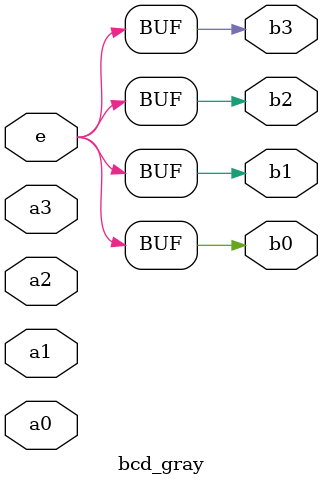
<source format=v>
`timescale 1ns/1ps
module bcd_gray (a0,a1,a2,a3,b0,b1,b2,b3,e);
	input a0,a1,a2,a3,e;
	output b0,b1,b2,b3;
	wire c0,c1,c2,c3;
	assign b0 = e;
	assign b1 = e;
	assign b2 = e;
	assign b3 = e;
endmodule
	
</source>
